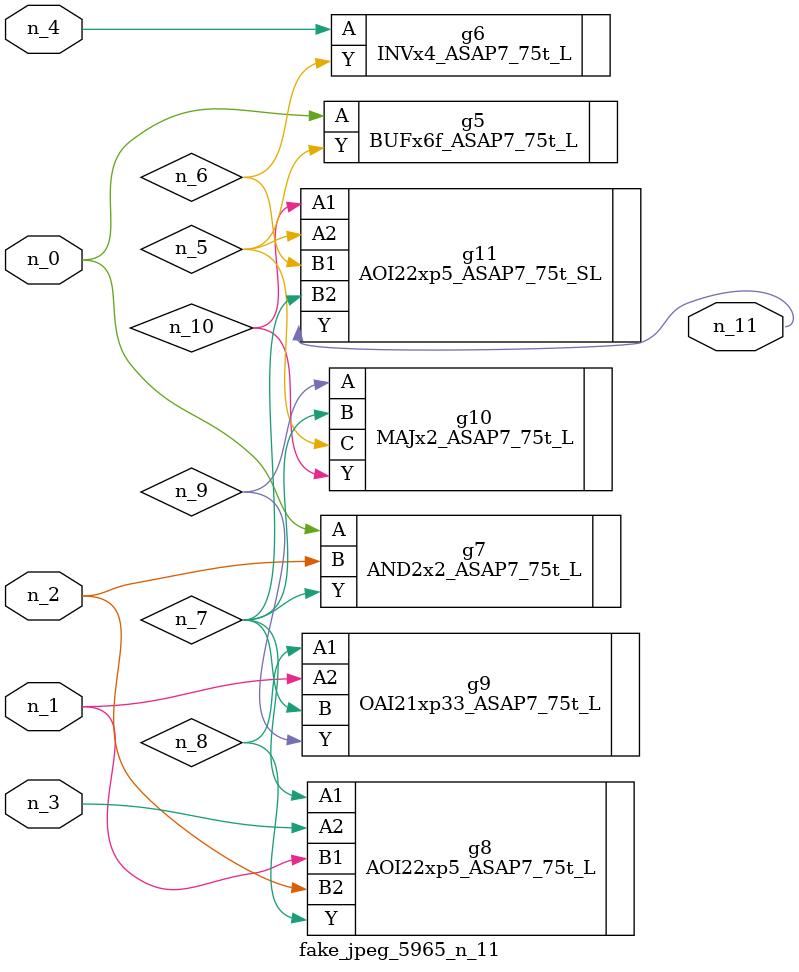
<source format=v>
module fake_jpeg_5965_n_11 (n_3, n_2, n_1, n_0, n_4, n_11);

input n_3;
input n_2;
input n_1;
input n_0;
input n_4;

output n_11;

wire n_10;
wire n_8;
wire n_9;
wire n_6;
wire n_5;
wire n_7;

BUFx6f_ASAP7_75t_L g5 ( 
.A(n_0),
.Y(n_5)
);

INVx4_ASAP7_75t_L g6 ( 
.A(n_4),
.Y(n_6)
);

AND2x2_ASAP7_75t_L g7 ( 
.A(n_0),
.B(n_2),
.Y(n_7)
);

AOI22xp5_ASAP7_75t_L g8 ( 
.A1(n_7),
.A2(n_3),
.B1(n_1),
.B2(n_2),
.Y(n_8)
);

OAI21xp33_ASAP7_75t_L g9 ( 
.A1(n_8),
.A2(n_1),
.B(n_7),
.Y(n_9)
);

MAJx2_ASAP7_75t_L g10 ( 
.A(n_9),
.B(n_7),
.C(n_5),
.Y(n_10)
);

AOI22xp5_ASAP7_75t_SL g11 ( 
.A1(n_10),
.A2(n_5),
.B1(n_6),
.B2(n_7),
.Y(n_11)
);


endmodule
</source>
